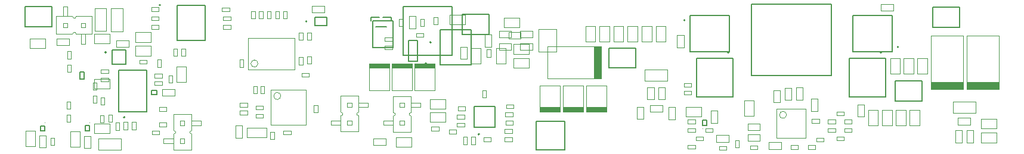
<source format=gbr>
%TF.GenerationSoftware,Altium Limited,Altium Designer,19.0.15 (446)*%
G04 Layer_Color=16711935*
%FSLAX45Y45*%
%MOMM*%
%TF.FileFunction,Other,Mechanical_13*%
%TF.Part,CustomerPanel*%
G01*
G75*
%TA.AperFunction,NonConductor*%
%ADD116C,0.20000*%
%ADD118C,0.12700*%
%ADD147C,0.10000*%
%ADD210R,2.90000X0.65000*%
%ADD211R,4.60000X1.02220*%
%ADD212R,1.02220X4.60000*%
D116*
X8418661Y7496120D02*
G03*
X8418661Y7496120I-10000J0D01*
G01*
X8355725Y7197552D02*
G03*
X8355725Y7197552I-10000J0D01*
G01*
X6656680Y7795220D02*
G03*
X6656680Y7795220I-10000J0D01*
G01*
X14813620Y7354984D02*
G03*
X14813620Y7354984I-10000J0D01*
G01*
X15053619Y7431984D02*
G03*
X15053619Y7431984I-10000J0D01*
G01*
X12023620Y7812120D02*
G03*
X12023620Y7812120I-10000J0D01*
G01*
X12645120Y7354120D02*
G03*
X12645120Y7354120I-10000J0D01*
G01*
X4071100Y6430060D02*
G03*
X4071100Y6430060I-10000J0D01*
G01*
X3807120Y7354621D02*
G03*
X3807120Y7354621I-10000J0D01*
G01*
X4576120Y8027620D02*
G03*
X4576120Y8027620I-10000J0D01*
G01*
X9105620Y6187621D02*
G03*
X9105620Y6187621I-10000J0D01*
G01*
D118*
X7856120Y7801820D02*
Y7851820D01*
X7736120D02*
X7856120D01*
X7566120D02*
X7686120D01*
X7566120Y7801820D02*
Y7851820D01*
X7636120Y7721820D02*
X7786120D01*
X8223661Y7230120D02*
Y7522120D01*
X8093661Y7230120D02*
X8223661D01*
X8093661D02*
Y7522120D01*
X8223661D01*
X8989725Y7173552D02*
Y7673552D01*
X8549725Y7173552D02*
Y7673552D01*
X8989725D01*
X8549725Y7173552D02*
X8989725D01*
X3435760Y6976081D02*
Y7076080D01*
Y6976081D02*
X3495760D01*
Y7076080D01*
X3435760D02*
X3495760D01*
X6766580Y7732720D02*
Y7857720D01*
X6936580D01*
Y7732720D02*
Y7857720D01*
X6766580Y7732720D02*
X6936580D01*
X12966780Y7021060D02*
Y8041060D01*
X14096780D01*
Y7021060D02*
Y8041060D01*
X12966780Y7021060D02*
X14096780D01*
X14873621Y6717484D02*
Y7272484D01*
X14353619Y6717484D02*
X14873621D01*
X14353619D02*
Y7272484D01*
X14873621D01*
X14406120Y7361984D02*
X14961121D01*
X14406120D02*
Y7881984D01*
X14961121D01*
Y7361984D02*
Y7881984D01*
X12096120Y7882120D02*
X12651120D01*
Y7362120D02*
Y7882120D01*
X12096120Y7362120D02*
X12651120D01*
X12096120D02*
Y7882120D01*
X12705120Y6716620D02*
Y7271620D01*
X12185120Y6716620D02*
X12705120D01*
X12185120D02*
Y7271620D01*
X12705120D01*
X3981100Y6505060D02*
X4381100D01*
Y7105060D01*
X3981100D02*
X4381100D01*
X3981100Y6505060D02*
Y7105060D01*
X4452380Y6752300D02*
Y6816300D01*
Y6752300D02*
X4526380D01*
Y6816300D01*
X4452380D02*
X4526380D01*
X12268620Y6312621D02*
X12332620D01*
Y6386620D01*
X12268620D02*
X12332620D01*
X12268620Y6312621D02*
Y6386620D01*
X15921919Y7711640D02*
Y7995640D01*
X15540919D02*
X15921919D01*
X15540919Y7711640D02*
Y7995640D01*
Y7711640D02*
X15921919D01*
X4088120Y7189621D02*
Y7389621D01*
X3888120Y7189621D02*
Y7389621D01*
Y7189621D02*
X4088120D01*
X3888120Y7389621D02*
X4088120D01*
X5210620Y7527120D02*
Y8027120D01*
X4810620Y7527120D02*
Y8027120D01*
Y7527120D02*
X5210620D01*
X4810620Y8027120D02*
X5210620D01*
X3506120Y6311620D02*
X3570120D01*
X3506120Y6237620D02*
Y6311620D01*
Y6237620D02*
X3570120D01*
Y6311620D01*
X2871020Y6309160D02*
X2935020D01*
X2871020Y6235161D02*
Y6309160D01*
Y6235161D02*
X2935020D01*
Y6309160D01*
X2650420Y8005800D02*
X3031420D01*
Y7721800D02*
Y8005800D01*
X2650420Y7721800D02*
X3031420D01*
X2650420D02*
Y8005800D01*
X7877620Y7423360D02*
Y7804360D01*
X7593620Y7423360D02*
X7877620D01*
X7593620D02*
Y7804360D01*
X7877620D01*
X8715621Y7315537D02*
Y8005537D01*
X8025620Y7315537D02*
X8715621D01*
X8025620D02*
Y8005537D01*
X8715621D01*
X9325620Y6284621D02*
Y6584621D01*
X9025620Y6284621D02*
Y6584621D01*
X9325620D01*
X9025620Y6284621D02*
X9325620D01*
X8858180Y7612580D02*
X9239180D01*
X8858180D02*
Y7896580D01*
X9239180D01*
Y7612580D02*
Y7896580D01*
X10942121Y7134618D02*
X11323121D01*
X10942121D02*
Y7418618D01*
X11323121D01*
Y7134618D02*
Y7418618D01*
X15010120Y6949120D02*
X15391119D01*
Y6665121D02*
Y6949120D01*
X15010120Y6665121D02*
X15391119D01*
X15010120D02*
Y6949120D01*
X9909940Y5966620D02*
Y6372620D01*
X10315940Y5966620D02*
Y6372620D01*
X9909940D02*
X10315940D01*
X9909940Y5966620D02*
X10315940D01*
D147*
X3400760Y7026080D02*
G03*
X3400760Y7026080I-5000J0D01*
G01*
X4414380Y6814300D02*
G03*
X4414380Y6814300I-5000J0D01*
G01*
X12275620Y6269620D02*
G03*
X12275620Y6269620I-5000J0D01*
G01*
X3573120Y6354621D02*
G03*
X3573120Y6354621I-5000J0D01*
G01*
X2938020Y6352161D02*
G03*
X2938020Y6352161I-5000J0D01*
G01*
X5959600Y7195756D02*
G03*
X5959600Y7195756I-50000J0D01*
G01*
X13463120Y6464621D02*
G03*
X13463120Y6464621I-50000J0D01*
G01*
X6284080Y6733800D02*
G03*
X6284080Y6733800I-50000J0D01*
G01*
X6542140Y7181380D02*
X6597140D01*
X6542140Y7286380D02*
X6597140D01*
X6542140Y7181380D02*
Y7286380D01*
X6597140Y7181380D02*
Y7286380D01*
X6755500Y6496300D02*
X6810500D01*
X6755500Y6601300D02*
X6810500D01*
X6755500Y6496300D02*
Y6601300D01*
X6810500Y6496300D02*
Y6601300D01*
X7961996Y7728441D02*
X8016996D01*
X7961996Y7833441D02*
X8016996D01*
Y7728441D02*
Y7833441D01*
X7961996Y7728441D02*
Y7833441D01*
X7761732Y7397284D02*
Y7452284D01*
X7866732Y7397284D02*
Y7452284D01*
X7761732Y7397284D02*
X7866732D01*
X7761732Y7452284D02*
X7866732D01*
Y7515865D02*
Y7570865D01*
X7761732Y7515865D02*
Y7570865D01*
X7866732D01*
X7761732Y7515865D02*
X7866732D01*
X9939304Y7360572D02*
Y7685572D01*
X10199304Y7360572D02*
Y7685572D01*
X9939304D02*
X10199304D01*
X9939304Y7360572D02*
X10199304D01*
X8678420Y7750580D02*
Y7885580D01*
X8898420Y7750580D02*
Y7885580D01*
X8678420Y7750580D02*
X8898420D01*
X8678420Y7885580D02*
X8898420D01*
X8315221Y7729433D02*
Y7832433D01*
X8263221Y7729433D02*
Y7832433D01*
Y7729433D02*
X8315221D01*
X8263221Y7832433D02*
X8315221D01*
X8204700Y7627479D02*
X8307700D01*
X8204700Y7575479D02*
X8307700D01*
Y7627479D01*
X8204700Y7575479D02*
Y7627479D01*
X8508725Y7755433D02*
Y7858433D01*
X8456725Y7755433D02*
Y7858433D01*
Y7755433D02*
X8508725D01*
X8456725Y7858433D02*
X8508725D01*
X8104561Y7868441D02*
X8199561D01*
X8104561Y7693441D02*
X8199561D01*
X8104561D02*
Y7868441D01*
X8199561Y7693441D02*
Y7868441D01*
X9181520Y7608989D02*
X9276520D01*
X9181520Y7433989D02*
X9276520D01*
X9181520D02*
Y7608989D01*
X9276520Y7433989D02*
Y7608989D01*
X9557820Y7386869D02*
Y7481868D01*
X9382820Y7386869D02*
Y7481868D01*
X9557820D01*
X9382820Y7386869D02*
X9557820D01*
X9680000D02*
Y7481869D01*
X9855000Y7386869D02*
Y7481869D01*
X9680000Y7386869D02*
X9855000D01*
X9680000Y7481869D02*
X9855000D01*
X9557820Y7562889D02*
Y7657888D01*
X9382820Y7562889D02*
Y7657888D01*
X9557820D01*
X9382820Y7562889D02*
X9557820D01*
X9680000D02*
Y7657889D01*
X9855000Y7562889D02*
Y7657889D01*
X9680000Y7562889D02*
X9855000D01*
X9680000Y7657889D02*
X9855000D01*
X6900980Y7920857D02*
Y8015857D01*
X6725980Y7920857D02*
Y8015857D01*
Y7920857D02*
X6900980D01*
X6725980Y8015857D02*
X6900980D01*
X6714480Y7530620D02*
Y7633620D01*
X6662480Y7530620D02*
Y7633620D01*
X6714480D01*
X6662480Y7530620D02*
X6714480D01*
X6595640Y7530360D02*
Y7633360D01*
X6543640Y7530360D02*
Y7633360D01*
X6595640D01*
X6543640Y7530360D02*
X6595640D01*
X3728968Y6607793D02*
Y6710793D01*
X3780968Y6607793D02*
Y6710793D01*
X3728968Y6607793D02*
X3780968D01*
X3728968Y6710793D02*
X3780968D01*
X7598940Y6030684D02*
Y6125684D01*
X7773940Y6030684D02*
Y6125684D01*
X7598940D02*
X7773940D01*
X7598940Y6030684D02*
X7773940D01*
X8139340Y6010680D02*
Y6145680D01*
X7919340Y6010680D02*
Y6145680D01*
Y6010680D02*
X8139340D01*
X7919340Y6145680D02*
X8139340D01*
X3952300Y7430420D02*
Y7525420D01*
X4127300Y7430420D02*
Y7525420D01*
X3952300D02*
X4127300D01*
X3952300Y7430420D02*
X4127300D01*
X9517820Y7549600D02*
Y7644600D01*
X9692820Y7549600D02*
Y7644600D01*
X9517820D02*
X9692820D01*
X9517820Y7549600D02*
X9692820D01*
X9456143Y7707800D02*
Y7842800D01*
X9676143Y7707800D02*
Y7842800D01*
X9456143D02*
X9676143D01*
X9456143Y7707800D02*
X9676143D01*
X2723020Y7415925D02*
Y7550925D01*
X2943020Y7415925D02*
Y7550925D01*
X2723020D02*
X2943020D01*
X2723020Y7415925D02*
X2943020D01*
X3281480Y7455949D02*
Y7550949D01*
X3106480Y7455949D02*
Y7550949D01*
Y7455949D02*
X3281480D01*
X3106480Y7550949D02*
X3281480D01*
X12313420Y6272569D02*
X12418420D01*
X12313420Y6217569D02*
X12418420D01*
X12313420D02*
Y6272569D01*
X12418420Y6217569D02*
Y6272569D01*
X12009620Y6756742D02*
X12112620D01*
X12009620Y6808742D02*
X12112620D01*
Y6756742D02*
Y6808742D01*
X12009620Y6756742D02*
Y6808742D01*
X8422140Y6241180D02*
X8527140D01*
X8422140Y6296180D02*
X8527140D01*
Y6241180D02*
Y6296180D01*
X8422140Y6241180D02*
Y6296180D01*
X8673600Y6195460D02*
X8778600D01*
X8673600Y6250460D02*
X8778600D01*
Y6195460D02*
Y6250460D01*
X8673600Y6195460D02*
Y6250460D01*
X4873360Y7408300D02*
X4928360D01*
X4873360Y7303300D02*
X4928360D01*
Y7408300D01*
X4873360Y7303300D02*
Y7408300D01*
X4492768Y6943880D02*
X4597768D01*
X4492768Y6888881D02*
X4597768D01*
X4492768D02*
Y6943880D01*
X4597768Y6888881D02*
Y6943880D01*
X4492760Y7048020D02*
X4597760D01*
X4492760Y6993021D02*
X4597760D01*
X4492760D02*
Y7048020D01*
X4597760Y6993021D02*
Y7048020D01*
X9208120Y7289620D02*
X9263120D01*
X9208120Y7394620D02*
X9263120D01*
X9208120Y7289620D02*
Y7394620D01*
X9263120Y7289620D02*
Y7394620D01*
X4693020Y7024620D02*
X4748020D01*
X4693020Y6919620D02*
X4748020D01*
Y7024620D01*
X4693020Y6919620D02*
Y7024620D01*
X3717660Y6352681D02*
X3772660D01*
X3717660Y6457681D02*
X3772660D01*
X3717660Y6352681D02*
Y6457681D01*
X3772660Y6352681D02*
Y6457681D01*
X3014080Y6033488D02*
X3069080D01*
X3014080Y6138488D02*
X3069080D01*
X3014080Y6033488D02*
Y6138488D01*
X3069080Y6033488D02*
Y6138488D01*
X3376760Y7869120D02*
X3605460D01*
X3376760Y7615120D02*
X3605460D01*
Y7843720D02*
Y7869120D01*
Y7640520D02*
Y7843720D01*
Y7615120D02*
Y7640520D01*
X3192860Y7869120D02*
Y8006320D01*
X3256360Y7869120D02*
Y8006320D01*
X3192860D02*
X3256360D01*
X3510060Y7710320D02*
Y7773920D01*
X3446560Y7710320D02*
Y7773920D01*
X3510060Y7477921D02*
Y7615120D01*
X3446560Y7477921D02*
Y7615120D01*
Y7710320D02*
X3510060D01*
X3446560Y7773920D02*
X3510060D01*
X3362060Y7640520D02*
X3376760Y7615120D01*
X3362060Y7843720D02*
X3376760Y7869120D01*
X3351460Y7640520D02*
X3362060D01*
X3351460Y7843720D02*
X3362060D01*
X3097460Y7615120D02*
X3326160D01*
X3097460Y7869120D02*
X3326160D01*
X3192860Y7710320D02*
Y7773920D01*
X3256360Y7710320D02*
Y7773920D01*
X3192860D02*
X3256360D01*
X3192860Y7710320D02*
X3256360D01*
X3326160Y7869120D02*
X3340860Y7843720D01*
X3326160Y7615120D02*
X3340860Y7640520D01*
Y7843720D02*
X3351460D01*
X3340860Y7640520D02*
X3351460D01*
X3446560Y7477921D02*
X3510060D01*
X3097460Y7615120D02*
Y7640520D01*
Y7843720D01*
Y7869120D01*
X3730340Y7109621D02*
X3835340D01*
X3730340Y7054621D02*
X3835340D01*
X3730340D02*
Y7109621D01*
X3835340Y7054621D02*
Y7109621D01*
X3730340Y6994581D02*
X3835340D01*
X3730340Y6939581D02*
X3835340D01*
X3730340D02*
Y6994581D01*
X3835340Y6939581D02*
Y6994581D01*
X4228120Y6256820D02*
Y6361820D01*
X4173120Y6256820D02*
Y6361820D01*
X4228120D01*
X4173120Y6256820D02*
X4228120D01*
X4107940D02*
Y6361820D01*
X4052940Y6256820D02*
Y6361820D01*
X4107940D01*
X4052940Y6256820D02*
X4107940D01*
X3489620Y5989620D02*
Y6164620D01*
X3584620Y5989620D02*
Y6164620D01*
X3489620Y5989620D02*
X3584620D01*
X3489620Y6164620D02*
X3584620D01*
X3942680Y6249380D02*
X3994680D01*
X3942680Y6352380D02*
X3994680D01*
X3942680Y6249380D02*
Y6352380D01*
X3994680Y6249380D02*
Y6352380D01*
X3836000Y6464960D02*
X3888000D01*
X3836000Y6361960D02*
X3888000D01*
Y6464960D01*
X3836000Y6361960D02*
Y6464960D01*
X4445620Y7867120D02*
X4550620D01*
X4445620Y7812121D02*
X4550620D01*
X4445620D02*
Y7867120D01*
X4550620Y7812121D02*
Y7867120D01*
X4445620Y7995120D02*
X4550620D01*
X4445620Y7940121D02*
X4550620D01*
X4445620D02*
Y7995120D01*
X4550620Y7940121D02*
Y7995120D01*
X4445620Y7742120D02*
X4550620D01*
X4445620Y7687121D02*
X4550620D01*
X4445620D02*
Y7742120D01*
X4550620Y7687121D02*
Y7742120D01*
X4816600Y7303300D02*
Y7408300D01*
X4761600Y7303300D02*
Y7408300D01*
X4816600D01*
X4761600Y7303300D02*
X4816600D01*
X5468120Y7686620D02*
X5573120D01*
X5468120Y7741620D02*
X5573120D01*
Y7686620D02*
Y7741620D01*
X5468120Y7686620D02*
Y7741620D01*
Y7812120D02*
X5573120D01*
X5468120Y7867120D02*
X5573120D01*
Y7812120D02*
Y7867120D01*
X5468120Y7812120D02*
Y7867120D01*
X5554620Y7941121D02*
Y7993120D01*
X5451620Y7941121D02*
Y7993120D01*
Y7941121D02*
X5554620D01*
X5451620Y7993120D02*
X5554620D01*
X4220964Y7640120D02*
X4440964D01*
X4220964Y7500120D02*
X4440964D01*
X4220964D02*
Y7640120D01*
X4440964Y7500120D02*
Y7640120D01*
X4220964Y7445120D02*
X4440963D01*
X4220964Y7305120D02*
X4440963D01*
X4220964D02*
Y7445120D01*
X4440963Y7305120D02*
Y7445120D01*
X4279120Y7194120D02*
Y7246120D01*
X4382120Y7194120D02*
Y7246120D01*
X4279120D02*
X4382120D01*
X4279120Y7194120D02*
X4382120D01*
X4586160Y7146740D02*
Y7251740D01*
X4531160Y7146740D02*
Y7251740D01*
X4586160D01*
X4531160Y7146740D02*
X4586160D01*
X4558840Y6521020D02*
X4663840D01*
X4558840Y6576020D02*
X4663840D01*
Y6521020D02*
Y6576020D01*
X4558840Y6521020D02*
Y6576020D01*
X4600000Y6737121D02*
X4775000D01*
X4600000Y6832121D02*
X4775000D01*
Y6737121D02*
Y6832121D01*
X4600000Y6737121D02*
Y6832121D01*
X4802880Y6930840D02*
Y7150840D01*
X4937880Y6930840D02*
Y7150840D01*
X4802880Y6930840D02*
X4937880D01*
X4802880Y7150840D02*
X4937880D01*
X4561200Y6186120D02*
Y6238120D01*
X4458200Y6186120D02*
Y6238120D01*
Y6186120D02*
X4561200D01*
X4458200Y6238120D02*
X4561200D01*
X3617120Y6818120D02*
X3669120D01*
X3617120Y6921121D02*
X3669120D01*
X3617120Y6818120D02*
Y6921121D01*
X3669120Y6818120D02*
Y6921121D01*
X3617120Y6738945D02*
X3669120D01*
X3617120Y6635945D02*
X3669120D01*
Y6738945D01*
X3617120Y6635945D02*
Y6738945D01*
X12033396Y6442248D02*
X12253396D01*
X12033396Y6577248D02*
X12253396D01*
Y6442248D02*
Y6577248D01*
X12033396Y6442248D02*
Y6577248D01*
X12485620Y6349620D02*
Y6524620D01*
X12390620Y6349620D02*
Y6524620D01*
X12485620D01*
X12390620Y6349620D02*
X12485620D01*
X9479287Y7191983D02*
Y7411983D01*
X9344287Y7191983D02*
Y7411983D01*
X9479287D01*
X9344287Y7191983D02*
X9479287D01*
X8930620Y7259620D02*
Y7434620D01*
X8835620Y7259620D02*
Y7434620D01*
X8930620D01*
X8835620Y7259620D02*
X8930620D01*
X6030620Y7834621D02*
Y7939621D01*
X5975620Y7834621D02*
Y7939621D01*
X6030620D01*
X5975620Y7834621D02*
X6030620D01*
X5918120D02*
Y7939621D01*
X5863120Y7834621D02*
Y7939621D01*
X5918120D01*
X5863120Y7834621D02*
X5918120D01*
X3256880Y7073160D02*
X3308880D01*
X3256880Y7176160D02*
X3308880D01*
X3256880Y7073160D02*
Y7176160D01*
X3308880Y7073160D02*
Y7176160D01*
X3256880Y7369200D02*
X3308880D01*
X3256880Y7266200D02*
X3308880D01*
Y7369200D01*
X3256880Y7266200D02*
Y7369200D01*
X3244180Y6656560D02*
X3296180D01*
X3244180Y6553560D02*
X3296180D01*
Y6656560D01*
X3244180Y6553560D02*
Y6656560D01*
X3244588Y6364500D02*
X3296588D01*
X3244588Y6467500D02*
X3296588D01*
X3244588Y6364500D02*
Y6467500D01*
X3296588Y6364500D02*
Y6467500D01*
X4987220Y6474420D02*
X5012620D01*
X4784020D02*
X4987220D01*
X4758620D02*
X4784020D01*
X4621420Y6061820D02*
Y6125320D01*
X4784020Y6220420D02*
Y6231020D01*
X4987220Y6220420D02*
Y6231020D01*
X4758620Y6245720D02*
X4784020Y6231020D01*
X4987220D02*
X5012620Y6245720D01*
X4853820Y6315520D02*
Y6379020D01*
X4917420Y6315520D02*
Y6379020D01*
X4853820Y6315520D02*
X4917420D01*
X4853820Y6379020D02*
X4917420D01*
X5012620Y6245720D02*
Y6474420D01*
X4758620Y6245720D02*
Y6474420D01*
X4987220Y6209820D02*
Y6220420D01*
X4784020Y6209820D02*
Y6220420D01*
X4987220Y6209820D02*
X5012620Y6195120D01*
X4758620D02*
X4784020Y6209820D01*
X4917420Y6061820D02*
Y6125320D01*
X4853820Y6061820D02*
Y6125320D01*
X4621420D02*
X4758620D01*
X4621420Y6061820D02*
X4758620D01*
X4853820Y6125320D02*
X4917420D01*
X4853820Y6061820D02*
X4917420D01*
X5149820Y6315520D02*
Y6379020D01*
X5012620Y6315520D02*
X5149820D01*
X5012620Y6379020D02*
X5149820D01*
X4758620Y5966420D02*
X4784020D01*
X4987220D01*
X5012620D01*
X4758620D02*
Y6195120D01*
X5012620Y5966420D02*
Y6195120D01*
X5701400Y7250820D02*
X5756400D01*
X5701400Y7145820D02*
X5756400D01*
Y7250820D01*
X5701400Y7145820D02*
Y7250820D01*
X4558800Y6297060D02*
Y6352060D01*
X4663800Y6297060D02*
Y6352060D01*
X4558800D02*
X4663800D01*
X4558800Y6297060D02*
X4663800D01*
X6685640Y7007678D02*
Y7062678D01*
X6580640Y7007678D02*
Y7062678D01*
Y7007678D02*
X6685640D01*
X6580640Y7062678D02*
X6685640D01*
X7876120Y6502260D02*
Y6730960D01*
X8130120Y6502260D02*
Y6730960D01*
X7876120D02*
X7901520D01*
X8104720D01*
X8130120D01*
X7738921Y6318360D02*
X7876120D01*
X7738921Y6381860D02*
X7876120D01*
X7738921Y6318360D02*
Y6381860D01*
X7971320Y6635560D02*
X8034920D01*
X7971320Y6572060D02*
X8034920D01*
X8130120Y6635560D02*
X8267320D01*
X8130120Y6572060D02*
X8267320D01*
X8034920D02*
Y6635560D01*
X7971320Y6572060D02*
Y6635560D01*
X8104720Y6487560D02*
X8130120Y6502260D01*
X7876120D02*
X7901520Y6487560D01*
X8104720Y6476960D02*
Y6487560D01*
X7901520Y6476960D02*
Y6487560D01*
X8130120Y6222960D02*
Y6451660D01*
X7876120Y6222960D02*
Y6451660D01*
X7971320Y6318360D02*
X8034920D01*
X7971320Y6381860D02*
X8034920D01*
X7971320Y6318360D02*
Y6381860D01*
X8034920Y6318360D02*
Y6381860D01*
X7876120Y6451660D02*
X7901520Y6466360D01*
X8104720D02*
X8130120Y6451660D01*
X7901520Y6466360D02*
Y6476960D01*
X8104720Y6466360D02*
Y6476960D01*
X8267320Y6572060D02*
Y6635560D01*
X8104720Y6222960D02*
X8130120D01*
X7901520D02*
X8104720D01*
X7876120D02*
X7901520D01*
X7130980Y6504800D02*
Y6733500D01*
X7384980Y6504800D02*
Y6733500D01*
X7130980D02*
X7156380D01*
X7359580D01*
X7384980D01*
X6993780Y6320900D02*
X7130980D01*
X6993780Y6384400D02*
X7130980D01*
X6993780Y6320900D02*
Y6384400D01*
X7226180Y6638100D02*
X7289780D01*
X7226180Y6574600D02*
X7289780D01*
X7384980Y6638100D02*
X7522180D01*
X7384980Y6574600D02*
X7522180D01*
X7289780D02*
Y6638100D01*
X7226180Y6574600D02*
Y6638100D01*
X7359580Y6490100D02*
X7384980Y6504800D01*
X7130980D02*
X7156380Y6490100D01*
X7359580Y6479500D02*
Y6490100D01*
X7156380Y6479500D02*
Y6490100D01*
X7384980Y6225500D02*
Y6454200D01*
X7130980Y6225500D02*
Y6454200D01*
X7226180Y6320900D02*
X7289780D01*
X7226180Y6384400D02*
X7289780D01*
X7226180Y6320900D02*
Y6384400D01*
X7289780Y6320900D02*
Y6384400D01*
X7130980Y6454200D02*
X7156380Y6468900D01*
X7359580D02*
X7384980Y6454200D01*
X7156380Y6468900D02*
Y6479500D01*
X7359580Y6468900D02*
Y6479500D01*
X7522180Y6574600D02*
Y6638100D01*
X7359580Y6225500D02*
X7384980D01*
X7156380D02*
X7359580D01*
X7130980D02*
X7156380D01*
X6479600Y7105756D02*
Y7555756D01*
X5819600Y7105756D02*
Y7555756D01*
X6479600D01*
X5819600Y7105756D02*
X6479600D01*
X9585620Y7132121D02*
Y7272121D01*
X9805620Y7132121D02*
Y7272121D01*
X9585620D02*
X9805620D01*
X9585620Y7132121D02*
X9805620D01*
X9471160Y6441400D02*
Y6496400D01*
X9576160Y6441400D02*
Y6496400D01*
X9471160D02*
X9576160D01*
X9471160Y6441400D02*
X9576160D01*
X10620420Y6507900D02*
X10910420D01*
Y6882900D01*
X10620420D02*
X10910420D01*
X10620420Y6507900D02*
Y6882900D01*
X10288510Y6510218D02*
X10578509D01*
Y6885218D01*
X10288510D02*
X10578509D01*
X10288510Y6510218D02*
Y6885218D01*
X9960320Y6510222D02*
X10250320D01*
Y6885222D01*
X9960320D02*
X10250320D01*
X9960320Y6510222D02*
Y6885222D01*
X9488670Y6560630D02*
X9591670D01*
X9488670Y6612630D02*
X9591670D01*
Y6560630D02*
Y6612630D01*
X9488670Y6560630D02*
Y6612630D01*
X9586870Y7329621D02*
Y7469621D01*
X9806869Y7329621D02*
Y7469621D01*
X9586870D02*
X9806869D01*
X9586870Y7329621D02*
X9806869D01*
X8874080Y6151940D02*
X8929080D01*
X8874080Y6046940D02*
X8929080D01*
Y6151940D01*
X8874080Y6046940D02*
Y6151940D01*
X8988380Y6151908D02*
X9043380D01*
X8988380Y6046908D02*
X9043380D01*
Y6151908D01*
X8988380Y6046908D02*
Y6151908D01*
X9462240Y6086787D02*
Y6141787D01*
X9567240Y6086787D02*
Y6141787D01*
X9462240D02*
X9567240D01*
X9462240Y6086787D02*
X9567240D01*
X8400822Y6362120D02*
Y6502120D01*
X8620822Y6362120D02*
Y6502120D01*
X8400822D02*
X8620822D01*
X8400822Y6362120D02*
X8620822D01*
X8400822Y6549620D02*
Y6689620D01*
X8620822Y6549620D02*
Y6689620D01*
X8400822D02*
X8620822D01*
X8400822Y6549620D02*
X8620822D01*
X8180620Y7191538D02*
X8470620D01*
X8180620Y6816538D02*
Y7191538D01*
Y6816538D02*
X8470620D01*
Y7191538D01*
X7858120D02*
X8148120D01*
X7858120Y6816538D02*
Y7191538D01*
Y6816538D02*
X8148120D01*
Y7191538D01*
X7535620D02*
X7825620D01*
X7535620Y6816538D02*
Y7191538D01*
Y6816538D02*
X7825620D01*
Y7191538D01*
X9268120Y6086787D02*
Y6141787D01*
X9163120Y6086787D02*
Y6141787D01*
Y6086787D02*
X9268120D01*
X9163120Y6141787D02*
X9268120D01*
X9149621Y6709277D02*
Y6812277D01*
X9201621Y6709277D02*
Y6812277D01*
X9149621Y6709277D02*
X9201621D01*
X9149621Y6812277D02*
X9201621D01*
X9475369Y6378060D02*
X9578369D01*
X9475369Y6326060D02*
X9578369D01*
X9475369D02*
Y6378060D01*
X9578369Y6326060D02*
Y6378060D01*
X8785360Y6295300D02*
Y6350300D01*
X8890360Y6295300D02*
Y6350300D01*
X8785360D02*
X8890360D01*
X8785360Y6295300D02*
X8890360D01*
X9566670Y6206313D02*
Y6261313D01*
X9461670Y6206313D02*
Y6261313D01*
Y6206313D02*
X9566670D01*
X9461670Y6261313D02*
X9566670D01*
X8891120Y6408521D02*
Y6463520D01*
X8786120Y6408521D02*
Y6463520D01*
Y6408521D02*
X8891120D01*
X8786120Y6463520D02*
X8891120D01*
X8801400Y6581536D02*
X8904400D01*
X8801400Y6529536D02*
X8904400D01*
X8801400D02*
Y6581536D01*
X8904400Y6529536D02*
Y6581536D01*
X3294620Y6229621D02*
X3429620D01*
X3294620Y6009620D02*
X3429620D01*
Y6229621D01*
X3294620Y6009620D02*
Y6229621D01*
X3635320Y6975921D02*
X3855320D01*
X3635320Y6840921D02*
X3855320D01*
Y6975921D01*
X3635320Y6840921D02*
Y6975921D01*
X2660520Y6235980D02*
X2795520D01*
X2660520Y6015980D02*
X2795520D01*
Y6235980D01*
X2660520Y6015980D02*
Y6235980D01*
X2855520Y6173481D02*
X2950520D01*
X2855520Y5998481D02*
X2950520D01*
Y6173481D01*
X2855520Y5998481D02*
Y6173481D01*
X8990620Y7197120D02*
X9125620D01*
X8990620Y7417120D02*
X9125620D01*
X8990620Y7197120D02*
Y7417120D01*
X9125620Y7197120D02*
Y7417120D01*
X6133400Y6223447D02*
X6188400D01*
X6133400Y6118446D02*
X6188400D01*
Y6223447D01*
X6133400Y6118446D02*
Y6223447D01*
X13824120Y6351280D02*
X13927119D01*
X13824120Y6403280D02*
X13927119D01*
Y6351280D02*
Y6403280D01*
X13824120Y6351280D02*
Y6403280D01*
X12281729Y6099621D02*
Y6154620D01*
X12176729Y6099621D02*
Y6154620D01*
Y6099621D02*
X12281729D01*
X12176729Y6154620D02*
X12281729D01*
X11910620Y7597120D02*
X12005620D01*
X11910620Y7422121D02*
X12005620D01*
Y7597120D01*
X11910620Y7422121D02*
Y7597120D01*
X12168120Y5979620D02*
Y6034620D01*
X12063120Y5979620D02*
Y6034620D01*
Y5979620D02*
X12168120D01*
X12063120Y6034620D02*
X12168120D01*
X12168120Y6219621D02*
Y6274620D01*
X12063120Y6219621D02*
Y6274620D01*
Y6219621D02*
X12168120D01*
X12063120Y6274620D02*
X12168120D01*
Y6339621D02*
Y6394620D01*
X12063120Y6339621D02*
Y6394620D01*
Y6339621D02*
X12168120D01*
X12063120Y6394620D02*
X12168120D01*
X12949600Y5974820D02*
Y6029820D01*
X13054601Y5974820D02*
Y6029820D01*
X12949600D02*
X13054601D01*
X12949600Y5974820D02*
X13054601D01*
X12735620Y5997120D02*
X12790620D01*
X12735620Y6102120D02*
X12790620D01*
X12735620Y5997120D02*
Y6102120D01*
X12790620Y5997120D02*
Y6102120D01*
X12863120Y6450780D02*
X13003120D01*
X12863120Y6670780D02*
X13003120D01*
X12863120Y6450780D02*
Y6670780D01*
X13003120Y6450780D02*
Y6670780D01*
X13770621Y5977120D02*
Y6032120D01*
X13875620Y5977120D02*
Y6032120D01*
X13770621D02*
X13875620D01*
X13770621Y5977120D02*
X13875620D01*
X13990620Y6084581D02*
Y6139581D01*
X13885620Y6084581D02*
Y6139581D01*
Y6084581D02*
X13990620D01*
X13885620Y6139581D02*
X13990620D01*
X12505840Y5965458D02*
Y6020458D01*
X12610840Y5965458D02*
Y6020458D01*
X12505840D02*
X12610840D01*
X12505840Y5965458D02*
X12610840D01*
X13520621Y5977120D02*
Y6032120D01*
X13625620Y5977120D02*
Y6032120D01*
X13520621D02*
X13625620D01*
X13520621Y5977120D02*
X13625620D01*
X4038331Y7655580D02*
Y7980580D01*
X3873331Y7655580D02*
Y7980580D01*
X4038331D01*
X3873331Y7655580D02*
X4038331D01*
X3806281Y7656977D02*
Y7981977D01*
X3641282Y7656977D02*
Y7981977D01*
X3806281D01*
X3641282Y7656977D02*
X3806281D01*
X3694619Y5964621D02*
X4019620D01*
X3694619Y6129620D02*
X4019620D01*
Y5964621D02*
Y6129620D01*
X3694619Y5964621D02*
Y6129620D01*
X3635320Y6205921D02*
Y6340921D01*
X3855320Y6205921D02*
Y6340921D01*
X3635320Y6205921D02*
X3855320D01*
X3635320Y6340921D02*
X3855320D01*
X3635320Y7478421D02*
Y7613421D01*
X3855320Y7478421D02*
Y7613421D01*
X3635320Y7478421D02*
X3855320D01*
X3635320Y7613421D02*
X3855320D01*
X5643300Y6313001D02*
X5738300D01*
X5643300Y6138000D02*
X5738300D01*
Y6313001D01*
X5643300Y6138000D02*
Y6313001D01*
X15353271Y6314416D02*
Y6534416D01*
X15213272Y6314416D02*
Y6534416D01*
X15353271D01*
X15213272Y6314416D02*
X15353271D01*
X5705620Y6466320D02*
X5810620D01*
X5705620Y6521320D02*
X5810620D01*
Y6466320D02*
Y6521320D01*
X5705620Y6466320D02*
Y6521320D01*
X13323120Y6139621D02*
Y6554621D01*
X13738120Y6139621D02*
Y6554621D01*
X13323120D02*
X13738120D01*
X13323120Y6139621D02*
X13738120D01*
X12913120Y6089925D02*
Y6184925D01*
X13088120Y6089925D02*
Y6184925D01*
X12913120D02*
X13088120D01*
X12913120Y6089925D02*
X13088120D01*
X14157120Y6218580D02*
Y6273580D01*
X14052119Y6218580D02*
Y6273580D01*
Y6218580D02*
X14157120D01*
X14052119Y6273580D02*
X14157120D01*
X14282600Y6272080D02*
X14385600D01*
X14282600Y6220080D02*
X14385600D01*
X14282600D02*
Y6272080D01*
X14385600Y6220080D02*
Y6272080D01*
X14178120Y6511940D02*
X14281120D01*
X14178120Y6459941D02*
X14281120D01*
X14178120D02*
Y6511940D01*
X14281120Y6459941D02*
Y6511940D01*
X12009040Y6865642D02*
X12112040D01*
X12009040Y6917642D02*
X12112040D01*
Y6865642D02*
Y6917642D01*
X12009040Y6865642D02*
Y6917642D01*
X15511580Y6832118D02*
X15971581D01*
X15511580Y7592118D02*
X15971581D01*
X15511580Y6832118D02*
Y7592118D01*
X15971581Y6832118D02*
Y7592118D01*
X14469301Y6437720D02*
X14564301D01*
X14469301Y6612720D02*
X14564301D01*
X14469301Y6437720D02*
Y6612720D01*
X14564301Y6437720D02*
Y6612720D01*
X12913120Y6246580D02*
Y6341580D01*
X13088120Y6246580D02*
Y6341580D01*
X12913120D02*
X13088120D01*
X12913120Y6246580D02*
X13088120D01*
X13213120Y5978617D02*
Y6073617D01*
X13388120Y5978617D02*
Y6073617D01*
X13213120D02*
X13388120D01*
X13213120Y5978617D02*
X13388120D01*
X13440759Y6676054D02*
X13535760D01*
X13440759Y6851054D02*
X13535760D01*
X13440759Y6676054D02*
Y6851054D01*
X13535760Y6676054D02*
Y6851054D01*
X13597166Y6855797D02*
X13692166D01*
X13597166Y6680797D02*
X13692166D01*
Y6855797D01*
X13597166Y6680797D02*
Y6855797D01*
X14156619Y6340941D02*
Y6395941D01*
X14051619Y6340941D02*
Y6395941D01*
Y6340941D02*
X14156619D01*
X14051619Y6395941D02*
X14156619D01*
X14282619Y6394441D02*
X14385619D01*
X14282619Y6342441D02*
X14385619D01*
X14282619D02*
Y6394441D01*
X14385619Y6342441D02*
Y6394441D01*
X14178120Y6154580D02*
X14281120D01*
X14178120Y6102580D02*
X14281120D01*
X14178120D02*
Y6154580D01*
X14281120Y6102580D02*
Y6154580D01*
X15859360Y6069621D02*
X15954359D01*
X15859360Y6244621D02*
X15954359D01*
X15859360Y6069621D02*
Y6244621D01*
X15954359Y6069621D02*
Y6244621D01*
X16019360Y6069620D02*
X16114360D01*
X16019360Y6244620D02*
X16114360D01*
X16019360Y6069620D02*
Y6244620D01*
X16114360Y6069620D02*
Y6244620D01*
X15824361Y6489621D02*
Y6654621D01*
X16149361Y6489621D02*
Y6654621D01*
X15824361D02*
X16149361D01*
X15824361Y6489621D02*
X16149361D01*
X11700620Y6508979D02*
Y6603979D01*
X11525620Y6508979D02*
Y6603979D01*
Y6508979D02*
X11700620D01*
X11525620Y6603979D02*
X11700620D01*
X11790100Y6400954D02*
X11885100D01*
X11790100Y6575954D02*
X11885100D01*
X11790100Y6400954D02*
Y6575954D01*
X11885100Y6400954D02*
Y6575954D01*
X11339780Y6403221D02*
X11434780D01*
X11339780Y6578221D02*
X11434780D01*
X11339780Y6403221D02*
Y6578221D01*
X11434780Y6403221D02*
Y6578221D01*
X11488120Y6683903D02*
X11583120D01*
X11488120Y6858903D02*
X11583120D01*
X11488120Y6683903D02*
Y6858903D01*
X11583120Y6683903D02*
Y6858903D01*
X11643120Y6683903D02*
X11738120D01*
X11643120Y6858903D02*
X11738120D01*
X11643120Y6683903D02*
Y6858903D01*
X11738120Y6683903D02*
Y6858903D01*
X14803120Y7947120D02*
Y8042120D01*
X14978120Y7947120D02*
Y8042120D01*
X14803120D02*
X14978120D01*
X14803120Y7947120D02*
X14978120D01*
X12470072Y6079620D02*
Y6174620D01*
X12645072Y6079620D02*
Y6174620D01*
X12470072D02*
X12645072D01*
X12470072Y6079620D02*
X12645072D01*
X13275999Y6815920D02*
X13371001D01*
X13275999Y6640920D02*
X13371001D01*
Y6815920D01*
X13275999Y6640920D02*
Y6815920D01*
X13814481Y6691460D02*
X13909480D01*
X13814481Y6516460D02*
X13909480D01*
Y6691460D01*
X13814481Y6516460D02*
Y6691460D01*
X16022121Y6832110D02*
X16482120D01*
X16022121Y7592110D02*
X16482120D01*
X16022121Y6832110D02*
Y7592110D01*
X16482120Y6832110D02*
Y7592110D01*
X10830760Y6983022D02*
Y7443022D01*
X10070760Y6983022D02*
Y7443022D01*
Y6983022D02*
X10830760D01*
X10070760Y7443022D02*
X10830760D01*
X15899361Y6324621D02*
Y6419620D01*
X16074361Y6324621D02*
Y6419620D01*
X15899361D02*
X16074361D01*
X15899361Y6324621D02*
X16074361D01*
X16449272Y6068256D02*
Y6208256D01*
X16229272Y6068256D02*
Y6208256D01*
Y6068256D02*
X16449272D01*
X16229272Y6208256D02*
X16449272D01*
Y6270756D02*
Y6410756D01*
X16229272Y6270756D02*
Y6410756D01*
Y6270756D02*
X16449272D01*
X16229272Y6410756D02*
X16449272D01*
X14623271Y6313200D02*
X14763271D01*
X14623271Y6533200D02*
X14763271D01*
X14623271Y6313200D02*
Y6533200D01*
X14763271Y6313200D02*
Y6533200D01*
X15018271Y6314416D02*
X15158270D01*
X15018271Y6534416D02*
X15158270D01*
X15018271Y6314416D02*
Y6534416D01*
X15158270Y6314416D02*
Y6534416D01*
X11450620Y6946403D02*
Y7111403D01*
X11775620Y6946403D02*
Y7111403D01*
X11450620D02*
X11775620D01*
X11450620Y6946403D02*
X11775620D01*
X15320621Y7267120D02*
X15460620D01*
X15320621Y7047121D02*
X15460620D01*
Y7267120D01*
X15320621Y7047121D02*
Y7267120D01*
X14935620D02*
X15075620D01*
X14935620Y7047121D02*
X15075620D01*
Y7267120D01*
X14935620Y7047121D02*
Y7267120D01*
X14820770Y6313200D02*
X14960771D01*
X14820770Y6533200D02*
X14960771D01*
X14820770Y6313200D02*
Y6533200D01*
X14960771Y6313200D02*
Y6533200D01*
X15128120Y7267984D02*
X15268120D01*
X15128120Y7047984D02*
X15268120D01*
Y7267984D01*
X15128120Y7047984D02*
Y7267984D01*
X10806692Y7727984D02*
X10946692D01*
X10806692Y7507984D02*
X10946692D01*
Y7727984D01*
X10806692Y7507984D02*
Y7727984D01*
X11007763D02*
X11147763D01*
X11007763Y7507984D02*
X11147763D01*
Y7727984D01*
X11007763Y7507984D02*
Y7727984D01*
X11208834D02*
X11348834D01*
X11208834Y7507984D02*
X11348834D01*
Y7727984D01*
X11208834Y7507984D02*
Y7727984D01*
X11409906D02*
X11549906D01*
X11409906Y7507984D02*
X11549906D01*
Y7727984D01*
X11409906Y7507984D02*
Y7727984D01*
X10608651Y7730867D02*
X10748651D01*
X10608651Y7510867D02*
X10748651D01*
Y7730867D01*
X10608651Y7510867D02*
Y7730867D01*
X11608134Y7726841D02*
X11748134D01*
X11608134Y7506841D02*
X11748134D01*
Y7726841D01*
X11608134Y7506841D02*
Y7726841D01*
X6662464Y7191223D02*
X6714464D01*
X6662464Y7294223D02*
X6714464D01*
X6662464Y7191223D02*
Y7294223D01*
X6714464Y7191223D02*
Y7294223D01*
X6085900Y6143120D02*
Y6283120D01*
X5805900Y6143120D02*
Y6283120D01*
X6085900D01*
X5805900Y6143120D02*
X6085900D01*
X5999504Y6767160D02*
X6051504D01*
X5999504Y6870160D02*
X6051504D01*
X5999504Y6767160D02*
Y6870160D01*
X6051504Y6767160D02*
Y6870160D01*
X5892776Y6767160D02*
X5944776D01*
X5892776Y6870160D02*
X5944776D01*
X5892776Y6767160D02*
Y6870160D01*
X5944776Y6767160D02*
Y6870160D01*
X6321599Y7936852D02*
X6373599D01*
X6321599Y7833852D02*
X6373599D01*
Y7936852D01*
X6321599Y7833852D02*
Y7936852D01*
X6207299D02*
X6259299D01*
X6207299Y7833852D02*
X6259299D01*
Y7936852D01*
X6207299Y7833852D02*
Y7936852D01*
X6092999D02*
X6144999D01*
X6092999Y7833852D02*
X6144999D01*
Y7936852D01*
X6092999Y7833852D02*
Y7936852D01*
X5930004Y6539259D02*
Y6591259D01*
X6033004Y6539259D02*
Y6591259D01*
X5930004D02*
X6033004D01*
X5930004Y6539259D02*
X6033004D01*
X5930004Y6424959D02*
Y6476959D01*
X6033004Y6424959D02*
Y6476959D01*
X5930004D02*
X6033004D01*
X5930004Y6424959D02*
X6033004D01*
X6144080Y6323800D02*
Y6823800D01*
X6644080Y6323800D02*
Y6823800D01*
X6144080D02*
X6644080D01*
X6144080Y6323800D02*
X6644080D01*
X6321260Y6240620D02*
X6426260D01*
X6321260Y6185620D02*
X6426260D01*
X6321260D02*
Y6240620D01*
X6426260Y6185620D02*
Y6240620D01*
X5705620Y6576320D02*
Y6631320D01*
X5810620Y6576320D02*
Y6631320D01*
X5705620D02*
X5810620D01*
X5705620Y6576320D02*
X5810620D01*
D210*
X10765418Y6540390D02*
D03*
X10433508Y6542743D02*
D03*
X10105318Y6542750D02*
D03*
X8325632Y7159037D02*
D03*
X8003142Y7159034D02*
D03*
X7680632Y7159037D02*
D03*
D211*
X15741580Y6883228D02*
D03*
X16252119Y6883220D02*
D03*
D212*
X10779650Y7213022D02*
D03*
%TF.MD5,0e62b3d3ff91290556513259fbb7eb0d*%
M02*

</source>
